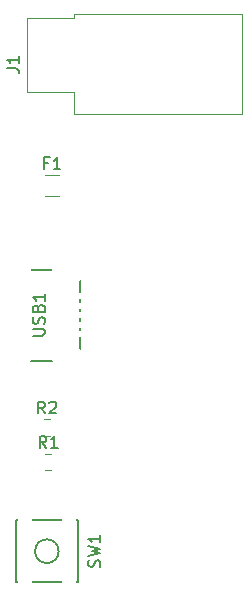
<source format=gto>
G04 #@! TF.GenerationSoftware,KiCad,Pcbnew,(5.1.4)-1*
G04 #@! TF.CreationDate,2021-10-17T20:34:11-04:00*
G04 #@! TF.ProjectId,a44key-pcb,6134346b-6579-42d7-9063-622e6b696361,rev?*
G04 #@! TF.SameCoordinates,Original*
G04 #@! TF.FileFunction,Legend,Top*
G04 #@! TF.FilePolarity,Positive*
%FSLAX46Y46*%
G04 Gerber Fmt 4.6, Leading zero omitted, Abs format (unit mm)*
G04 Created by KiCad (PCBNEW (5.1.4)-1) date 2021-10-17 20:34:11*
%MOMM*%
%LPD*%
G04 APERTURE LIST*
%ADD10C,0.120000*%
%ADD11C,0.150000*%
%ADD12C,1.852000*%
%ADD13C,4.089800*%
%ADD14C,0.100000*%
%ADD15C,1.077000*%
%ADD16R,1.202000X1.902000*%
%ADD17C,1.352000*%
%ADD18O,1.902000X2.902000*%
%ADD19O,2.802000X1.802000*%
%ADD20R,2.352000X0.602000*%
G04 APERTURE END LIST*
D10*
X80083922Y-89419500D02*
X80601078Y-89419500D01*
X80083922Y-87999500D02*
X80601078Y-87999500D01*
X79956922Y-86498500D02*
X80474078Y-86498500D01*
X79956922Y-85078500D02*
X80474078Y-85078500D01*
D11*
X77609000Y-98854500D02*
X77609000Y-93654500D01*
X77609000Y-93654500D02*
X82809000Y-93654500D01*
X82809000Y-93654500D02*
X82809000Y-98854500D01*
X82809000Y-98854500D02*
X77609000Y-98854500D01*
X81209000Y-96254500D02*
G75*
G03X81209000Y-96254500I-1000000J0D01*
G01*
D10*
X80039936Y-66188000D02*
X81244064Y-66188000D01*
X80039936Y-64368000D02*
X81244064Y-64368000D01*
X82500000Y-57338000D02*
X78500000Y-57338000D01*
X82500000Y-59238000D02*
X82500000Y-57338000D01*
X96740000Y-59238000D02*
X82500000Y-59238000D01*
X96740000Y-50798000D02*
X96740000Y-59238000D01*
X82500000Y-50798000D02*
X96740000Y-50798000D01*
X82500000Y-51098000D02*
X82500000Y-50798000D01*
X78500000Y-51098000D02*
X82500000Y-51098000D01*
X78500000Y-57338000D02*
X78500000Y-51098000D01*
D11*
X77533500Y-72413500D02*
X82983500Y-72413500D01*
X77533500Y-80113500D02*
X82983500Y-80113500D01*
X82983500Y-72413500D02*
X82983500Y-80113500D01*
X80175833Y-87511880D02*
X79842500Y-87035690D01*
X79604404Y-87511880D02*
X79604404Y-86511880D01*
X79985357Y-86511880D01*
X80080595Y-86559500D01*
X80128214Y-86607119D01*
X80175833Y-86702357D01*
X80175833Y-86845214D01*
X80128214Y-86940452D01*
X80080595Y-86988071D01*
X79985357Y-87035690D01*
X79604404Y-87035690D01*
X81128214Y-87511880D02*
X80556785Y-87511880D01*
X80842500Y-87511880D02*
X80842500Y-86511880D01*
X80747261Y-86654738D01*
X80652023Y-86749976D01*
X80556785Y-86797595D01*
X80048833Y-84590880D02*
X79715500Y-84114690D01*
X79477404Y-84590880D02*
X79477404Y-83590880D01*
X79858357Y-83590880D01*
X79953595Y-83638500D01*
X80001214Y-83686119D01*
X80048833Y-83781357D01*
X80048833Y-83924214D01*
X80001214Y-84019452D01*
X79953595Y-84067071D01*
X79858357Y-84114690D01*
X79477404Y-84114690D01*
X80429785Y-83686119D02*
X80477404Y-83638500D01*
X80572642Y-83590880D01*
X80810738Y-83590880D01*
X80905976Y-83638500D01*
X80953595Y-83686119D01*
X81001214Y-83781357D01*
X81001214Y-83876595D01*
X80953595Y-84019452D01*
X80382166Y-84590880D01*
X81001214Y-84590880D01*
X84677761Y-97587833D02*
X84725380Y-97444976D01*
X84725380Y-97206880D01*
X84677761Y-97111642D01*
X84630142Y-97064023D01*
X84534904Y-97016404D01*
X84439666Y-97016404D01*
X84344428Y-97064023D01*
X84296809Y-97111642D01*
X84249190Y-97206880D01*
X84201571Y-97397357D01*
X84153952Y-97492595D01*
X84106333Y-97540214D01*
X84011095Y-97587833D01*
X83915857Y-97587833D01*
X83820619Y-97540214D01*
X83773000Y-97492595D01*
X83725380Y-97397357D01*
X83725380Y-97159261D01*
X83773000Y-97016404D01*
X83725380Y-96683071D02*
X84725380Y-96444976D01*
X84011095Y-96254500D01*
X84725380Y-96064023D01*
X83725380Y-95825928D01*
X84725380Y-94921166D02*
X84725380Y-95492595D01*
X84725380Y-95206880D02*
X83725380Y-95206880D01*
X83868238Y-95302119D01*
X83963476Y-95397357D01*
X84011095Y-95492595D01*
X80308666Y-63386571D02*
X79975333Y-63386571D01*
X79975333Y-63910380D02*
X79975333Y-62910380D01*
X80451523Y-62910380D01*
X81356285Y-63910380D02*
X80784857Y-63910380D01*
X81070571Y-63910380D02*
X81070571Y-62910380D01*
X80975333Y-63053238D01*
X80880095Y-63148476D01*
X80784857Y-63196095D01*
X76822380Y-55351333D02*
X77536666Y-55351333D01*
X77679523Y-55398952D01*
X77774761Y-55494190D01*
X77822380Y-55637047D01*
X77822380Y-55732285D01*
X77822380Y-54351333D02*
X77822380Y-54922761D01*
X77822380Y-54637047D02*
X76822380Y-54637047D01*
X76965238Y-54732285D01*
X77060476Y-54827523D01*
X77108095Y-54922761D01*
X79017880Y-78001595D02*
X79827404Y-78001595D01*
X79922642Y-77953976D01*
X79970261Y-77906357D01*
X80017880Y-77811119D01*
X80017880Y-77620642D01*
X79970261Y-77525404D01*
X79922642Y-77477785D01*
X79827404Y-77430166D01*
X79017880Y-77430166D01*
X79970261Y-77001595D02*
X80017880Y-76858738D01*
X80017880Y-76620642D01*
X79970261Y-76525404D01*
X79922642Y-76477785D01*
X79827404Y-76430166D01*
X79732166Y-76430166D01*
X79636928Y-76477785D01*
X79589309Y-76525404D01*
X79541690Y-76620642D01*
X79494071Y-76811119D01*
X79446452Y-76906357D01*
X79398833Y-76953976D01*
X79303595Y-77001595D01*
X79208357Y-77001595D01*
X79113119Y-76953976D01*
X79065500Y-76906357D01*
X79017880Y-76811119D01*
X79017880Y-76573023D01*
X79065500Y-76430166D01*
X79494071Y-75668261D02*
X79541690Y-75525404D01*
X79589309Y-75477785D01*
X79684547Y-75430166D01*
X79827404Y-75430166D01*
X79922642Y-75477785D01*
X79970261Y-75525404D01*
X80017880Y-75620642D01*
X80017880Y-76001595D01*
X79017880Y-76001595D01*
X79017880Y-75668261D01*
X79065500Y-75573023D01*
X79113119Y-75525404D01*
X79208357Y-75477785D01*
X79303595Y-75477785D01*
X79398833Y-75525404D01*
X79446452Y-75573023D01*
X79494071Y-75668261D01*
X79494071Y-76001595D01*
X80017880Y-74477785D02*
X80017880Y-75049214D01*
X80017880Y-74763500D02*
X79017880Y-74763500D01*
X79160738Y-74858738D01*
X79255976Y-74953976D01*
X79303595Y-75049214D01*
%LPC*%
D12*
X195262500Y-108267500D03*
X185102500Y-108267500D03*
D13*
X190182500Y-108267500D03*
D12*
X119062500Y-113030000D03*
X108902500Y-113030000D03*
D13*
X113982500Y-113030000D03*
D12*
X138112500Y-119380000D03*
X127952500Y-119380000D03*
D13*
X133032500Y-119380000D03*
D12*
X99839403Y-136797699D03*
X90025597Y-139427301D03*
D13*
X94932500Y-138112500D03*
D12*
X100012500Y-108267500D03*
X89852500Y-108267500D03*
D13*
X94932500Y-108267500D03*
D12*
X157162500Y-124142500D03*
X147002500Y-124142500D03*
D13*
X152082500Y-124142500D03*
D12*
X118889403Y-133940199D03*
X109075597Y-136569801D03*
D13*
X113982500Y-135255000D03*
D12*
X157162500Y-105092500D03*
X147002500Y-105092500D03*
D13*
X152082500Y-105092500D03*
D12*
X176212500Y-111442500D03*
X166052500Y-111442500D03*
D13*
X171132500Y-111442500D03*
D14*
G36*
X81575641Y-87959797D02*
G01*
X81601778Y-87963674D01*
X81627409Y-87970094D01*
X81652288Y-87978995D01*
X81676174Y-87990293D01*
X81698837Y-88003877D01*
X81720060Y-88019617D01*
X81739639Y-88037361D01*
X81757383Y-88056940D01*
X81773123Y-88078163D01*
X81786707Y-88100826D01*
X81798005Y-88124712D01*
X81806906Y-88149591D01*
X81813326Y-88175222D01*
X81817203Y-88201359D01*
X81818500Y-88227750D01*
X81818500Y-89191250D01*
X81817203Y-89217641D01*
X81813326Y-89243778D01*
X81806906Y-89269409D01*
X81798005Y-89294288D01*
X81786707Y-89318174D01*
X81773123Y-89340837D01*
X81757383Y-89362060D01*
X81739639Y-89381639D01*
X81720060Y-89399383D01*
X81698837Y-89415123D01*
X81676174Y-89428707D01*
X81652288Y-89440005D01*
X81627409Y-89448906D01*
X81601778Y-89455326D01*
X81575641Y-89459203D01*
X81549250Y-89460500D01*
X81010750Y-89460500D01*
X80984359Y-89459203D01*
X80958222Y-89455326D01*
X80932591Y-89448906D01*
X80907712Y-89440005D01*
X80883826Y-89428707D01*
X80861163Y-89415123D01*
X80839940Y-89399383D01*
X80820361Y-89381639D01*
X80802617Y-89362060D01*
X80786877Y-89340837D01*
X80773293Y-89318174D01*
X80761995Y-89294288D01*
X80753094Y-89269409D01*
X80746674Y-89243778D01*
X80742797Y-89217641D01*
X80741500Y-89191250D01*
X80741500Y-88227750D01*
X80742797Y-88201359D01*
X80746674Y-88175222D01*
X80753094Y-88149591D01*
X80761995Y-88124712D01*
X80773293Y-88100826D01*
X80786877Y-88078163D01*
X80802617Y-88056940D01*
X80820361Y-88037361D01*
X80839940Y-88019617D01*
X80861163Y-88003877D01*
X80883826Y-87990293D01*
X80907712Y-87978995D01*
X80932591Y-87970094D01*
X80958222Y-87963674D01*
X80984359Y-87959797D01*
X81010750Y-87958500D01*
X81549250Y-87958500D01*
X81575641Y-87959797D01*
X81575641Y-87959797D01*
G37*
D15*
X81280000Y-88709500D03*
D14*
G36*
X79700641Y-87959797D02*
G01*
X79726778Y-87963674D01*
X79752409Y-87970094D01*
X79777288Y-87978995D01*
X79801174Y-87990293D01*
X79823837Y-88003877D01*
X79845060Y-88019617D01*
X79864639Y-88037361D01*
X79882383Y-88056940D01*
X79898123Y-88078163D01*
X79911707Y-88100826D01*
X79923005Y-88124712D01*
X79931906Y-88149591D01*
X79938326Y-88175222D01*
X79942203Y-88201359D01*
X79943500Y-88227750D01*
X79943500Y-89191250D01*
X79942203Y-89217641D01*
X79938326Y-89243778D01*
X79931906Y-89269409D01*
X79923005Y-89294288D01*
X79911707Y-89318174D01*
X79898123Y-89340837D01*
X79882383Y-89362060D01*
X79864639Y-89381639D01*
X79845060Y-89399383D01*
X79823837Y-89415123D01*
X79801174Y-89428707D01*
X79777288Y-89440005D01*
X79752409Y-89448906D01*
X79726778Y-89455326D01*
X79700641Y-89459203D01*
X79674250Y-89460500D01*
X79135750Y-89460500D01*
X79109359Y-89459203D01*
X79083222Y-89455326D01*
X79057591Y-89448906D01*
X79032712Y-89440005D01*
X79008826Y-89428707D01*
X78986163Y-89415123D01*
X78964940Y-89399383D01*
X78945361Y-89381639D01*
X78927617Y-89362060D01*
X78911877Y-89340837D01*
X78898293Y-89318174D01*
X78886995Y-89294288D01*
X78878094Y-89269409D01*
X78871674Y-89243778D01*
X78867797Y-89217641D01*
X78866500Y-89191250D01*
X78866500Y-88227750D01*
X78867797Y-88201359D01*
X78871674Y-88175222D01*
X78878094Y-88149591D01*
X78886995Y-88124712D01*
X78898293Y-88100826D01*
X78911877Y-88078163D01*
X78927617Y-88056940D01*
X78945361Y-88037361D01*
X78964940Y-88019617D01*
X78986163Y-88003877D01*
X79008826Y-87990293D01*
X79032712Y-87978995D01*
X79057591Y-87970094D01*
X79083222Y-87963674D01*
X79109359Y-87959797D01*
X79135750Y-87958500D01*
X79674250Y-87958500D01*
X79700641Y-87959797D01*
X79700641Y-87959797D01*
G37*
D15*
X79405000Y-88709500D03*
D14*
G36*
X81448641Y-85038797D02*
G01*
X81474778Y-85042674D01*
X81500409Y-85049094D01*
X81525288Y-85057995D01*
X81549174Y-85069293D01*
X81571837Y-85082877D01*
X81593060Y-85098617D01*
X81612639Y-85116361D01*
X81630383Y-85135940D01*
X81646123Y-85157163D01*
X81659707Y-85179826D01*
X81671005Y-85203712D01*
X81679906Y-85228591D01*
X81686326Y-85254222D01*
X81690203Y-85280359D01*
X81691500Y-85306750D01*
X81691500Y-86270250D01*
X81690203Y-86296641D01*
X81686326Y-86322778D01*
X81679906Y-86348409D01*
X81671005Y-86373288D01*
X81659707Y-86397174D01*
X81646123Y-86419837D01*
X81630383Y-86441060D01*
X81612639Y-86460639D01*
X81593060Y-86478383D01*
X81571837Y-86494123D01*
X81549174Y-86507707D01*
X81525288Y-86519005D01*
X81500409Y-86527906D01*
X81474778Y-86534326D01*
X81448641Y-86538203D01*
X81422250Y-86539500D01*
X80883750Y-86539500D01*
X80857359Y-86538203D01*
X80831222Y-86534326D01*
X80805591Y-86527906D01*
X80780712Y-86519005D01*
X80756826Y-86507707D01*
X80734163Y-86494123D01*
X80712940Y-86478383D01*
X80693361Y-86460639D01*
X80675617Y-86441060D01*
X80659877Y-86419837D01*
X80646293Y-86397174D01*
X80634995Y-86373288D01*
X80626094Y-86348409D01*
X80619674Y-86322778D01*
X80615797Y-86296641D01*
X80614500Y-86270250D01*
X80614500Y-85306750D01*
X80615797Y-85280359D01*
X80619674Y-85254222D01*
X80626094Y-85228591D01*
X80634995Y-85203712D01*
X80646293Y-85179826D01*
X80659877Y-85157163D01*
X80675617Y-85135940D01*
X80693361Y-85116361D01*
X80712940Y-85098617D01*
X80734163Y-85082877D01*
X80756826Y-85069293D01*
X80780712Y-85057995D01*
X80805591Y-85049094D01*
X80831222Y-85042674D01*
X80857359Y-85038797D01*
X80883750Y-85037500D01*
X81422250Y-85037500D01*
X81448641Y-85038797D01*
X81448641Y-85038797D01*
G37*
D15*
X81153000Y-85788500D03*
D14*
G36*
X79573641Y-85038797D02*
G01*
X79599778Y-85042674D01*
X79625409Y-85049094D01*
X79650288Y-85057995D01*
X79674174Y-85069293D01*
X79696837Y-85082877D01*
X79718060Y-85098617D01*
X79737639Y-85116361D01*
X79755383Y-85135940D01*
X79771123Y-85157163D01*
X79784707Y-85179826D01*
X79796005Y-85203712D01*
X79804906Y-85228591D01*
X79811326Y-85254222D01*
X79815203Y-85280359D01*
X79816500Y-85306750D01*
X79816500Y-86270250D01*
X79815203Y-86296641D01*
X79811326Y-86322778D01*
X79804906Y-86348409D01*
X79796005Y-86373288D01*
X79784707Y-86397174D01*
X79771123Y-86419837D01*
X79755383Y-86441060D01*
X79737639Y-86460639D01*
X79718060Y-86478383D01*
X79696837Y-86494123D01*
X79674174Y-86507707D01*
X79650288Y-86519005D01*
X79625409Y-86527906D01*
X79599778Y-86534326D01*
X79573641Y-86538203D01*
X79547250Y-86539500D01*
X79008750Y-86539500D01*
X78982359Y-86538203D01*
X78956222Y-86534326D01*
X78930591Y-86527906D01*
X78905712Y-86519005D01*
X78881826Y-86507707D01*
X78859163Y-86494123D01*
X78837940Y-86478383D01*
X78818361Y-86460639D01*
X78800617Y-86441060D01*
X78784877Y-86419837D01*
X78771293Y-86397174D01*
X78759995Y-86373288D01*
X78751094Y-86348409D01*
X78744674Y-86322778D01*
X78740797Y-86296641D01*
X78739500Y-86270250D01*
X78739500Y-85306750D01*
X78740797Y-85280359D01*
X78744674Y-85254222D01*
X78751094Y-85228591D01*
X78759995Y-85203712D01*
X78771293Y-85179826D01*
X78784877Y-85157163D01*
X78800617Y-85135940D01*
X78818361Y-85116361D01*
X78837940Y-85098617D01*
X78859163Y-85082877D01*
X78881826Y-85069293D01*
X78905712Y-85057995D01*
X78930591Y-85049094D01*
X78956222Y-85042674D01*
X78982359Y-85038797D01*
X79008750Y-85037500D01*
X79547250Y-85037500D01*
X79573641Y-85038797D01*
X79573641Y-85038797D01*
G37*
D15*
X79278000Y-85788500D03*
D16*
X82059000Y-99354500D03*
X78359000Y-93154500D03*
X78359000Y-99354500D03*
X82059000Y-93154500D03*
D14*
G36*
X82474104Y-64353302D02*
G01*
X82500352Y-64357196D01*
X82526093Y-64363643D01*
X82551078Y-64372583D01*
X82575066Y-64383928D01*
X82597826Y-64397571D01*
X82619140Y-64413378D01*
X82638802Y-64431198D01*
X82656622Y-64450860D01*
X82672429Y-64472174D01*
X82686072Y-64494934D01*
X82697417Y-64518922D01*
X82706357Y-64543907D01*
X82712804Y-64569648D01*
X82716698Y-64595896D01*
X82718000Y-64622400D01*
X82718000Y-65933600D01*
X82716698Y-65960104D01*
X82712804Y-65986352D01*
X82706357Y-66012093D01*
X82697417Y-66037078D01*
X82686072Y-66061066D01*
X82672429Y-66083826D01*
X82656622Y-66105140D01*
X82638802Y-66124802D01*
X82619140Y-66142622D01*
X82597826Y-66158429D01*
X82575066Y-66172072D01*
X82551078Y-66183417D01*
X82526093Y-66192357D01*
X82500352Y-66198804D01*
X82474104Y-66202698D01*
X82447600Y-66204000D01*
X81636400Y-66204000D01*
X81609896Y-66202698D01*
X81583648Y-66198804D01*
X81557907Y-66192357D01*
X81532922Y-66183417D01*
X81508934Y-66172072D01*
X81486174Y-66158429D01*
X81464860Y-66142622D01*
X81445198Y-66124802D01*
X81427378Y-66105140D01*
X81411571Y-66083826D01*
X81397928Y-66061066D01*
X81386583Y-66037078D01*
X81377643Y-66012093D01*
X81371196Y-65986352D01*
X81367302Y-65960104D01*
X81366000Y-65933600D01*
X81366000Y-64622400D01*
X81367302Y-64595896D01*
X81371196Y-64569648D01*
X81377643Y-64543907D01*
X81386583Y-64518922D01*
X81397928Y-64494934D01*
X81411571Y-64472174D01*
X81427378Y-64450860D01*
X81445198Y-64431198D01*
X81464860Y-64413378D01*
X81486174Y-64397571D01*
X81508934Y-64383928D01*
X81532922Y-64372583D01*
X81557907Y-64363643D01*
X81583648Y-64357196D01*
X81609896Y-64353302D01*
X81636400Y-64352000D01*
X82447600Y-64352000D01*
X82474104Y-64353302D01*
X82474104Y-64353302D01*
G37*
D17*
X82042000Y-65278000D03*
D14*
G36*
X79674104Y-64353302D02*
G01*
X79700352Y-64357196D01*
X79726093Y-64363643D01*
X79751078Y-64372583D01*
X79775066Y-64383928D01*
X79797826Y-64397571D01*
X79819140Y-64413378D01*
X79838802Y-64431198D01*
X79856622Y-64450860D01*
X79872429Y-64472174D01*
X79886072Y-64494934D01*
X79897417Y-64518922D01*
X79906357Y-64543907D01*
X79912804Y-64569648D01*
X79916698Y-64595896D01*
X79918000Y-64622400D01*
X79918000Y-65933600D01*
X79916698Y-65960104D01*
X79912804Y-65986352D01*
X79906357Y-66012093D01*
X79897417Y-66037078D01*
X79886072Y-66061066D01*
X79872429Y-66083826D01*
X79856622Y-66105140D01*
X79838802Y-66124802D01*
X79819140Y-66142622D01*
X79797826Y-66158429D01*
X79775066Y-66172072D01*
X79751078Y-66183417D01*
X79726093Y-66192357D01*
X79700352Y-66198804D01*
X79674104Y-66202698D01*
X79647600Y-66204000D01*
X78836400Y-66204000D01*
X78809896Y-66202698D01*
X78783648Y-66198804D01*
X78757907Y-66192357D01*
X78732922Y-66183417D01*
X78708934Y-66172072D01*
X78686174Y-66158429D01*
X78664860Y-66142622D01*
X78645198Y-66124802D01*
X78627378Y-66105140D01*
X78611571Y-66083826D01*
X78597928Y-66061066D01*
X78586583Y-66037078D01*
X78577643Y-66012093D01*
X78571196Y-65986352D01*
X78567302Y-65960104D01*
X78566000Y-65933600D01*
X78566000Y-64622400D01*
X78567302Y-64595896D01*
X78571196Y-64569648D01*
X78577643Y-64543907D01*
X78586583Y-64518922D01*
X78597928Y-64494934D01*
X78611571Y-64472174D01*
X78627378Y-64450860D01*
X78645198Y-64431198D01*
X78664860Y-64413378D01*
X78686174Y-64397571D01*
X78708934Y-64383928D01*
X78732922Y-64372583D01*
X78757907Y-64363643D01*
X78783648Y-64357196D01*
X78809896Y-64353302D01*
X78836400Y-64352000D01*
X79647600Y-64352000D01*
X79674104Y-64353302D01*
X79674104Y-64353302D01*
G37*
D17*
X79242000Y-65278000D03*
D18*
X89920000Y-55118000D03*
X95420000Y-55118000D03*
X91720000Y-53118000D03*
X86220000Y-53118000D03*
X83820000Y-55118000D03*
D19*
X77533500Y-72613500D03*
X77533500Y-79913500D03*
X82033500Y-79913500D03*
X82033500Y-72613500D03*
D20*
X82033500Y-74663500D03*
X82033500Y-75463500D03*
X82033500Y-76263500D03*
X82033500Y-77063500D03*
X82033500Y-77863500D03*
D12*
X195262500Y-89217500D03*
X185102500Y-89217500D03*
D13*
X190182500Y-89217500D03*
D12*
X195262500Y-70167500D03*
X185102500Y-70167500D03*
D13*
X190182500Y-70167500D03*
D12*
X176212500Y-92392500D03*
X166052500Y-92392500D03*
D13*
X171132500Y-92392500D03*
D12*
X176212500Y-73342500D03*
X166052500Y-73342500D03*
D13*
X171132500Y-73342500D03*
D12*
X157162500Y-86042500D03*
X147002500Y-86042500D03*
D13*
X152082500Y-86042500D03*
D12*
X157162500Y-66992500D03*
X147002500Y-66992500D03*
D13*
X152082500Y-66992500D03*
D12*
X138112500Y-100330000D03*
X127952500Y-100330000D03*
D13*
X133032500Y-100330000D03*
D12*
X138112500Y-81280000D03*
X127952500Y-81280000D03*
D13*
X133032500Y-81280000D03*
D12*
X138112500Y-62230000D03*
X127952500Y-62230000D03*
D13*
X133032500Y-62230000D03*
D12*
X119062500Y-93980000D03*
X108902500Y-93980000D03*
D13*
X113982500Y-93980000D03*
D12*
X119062500Y-74930000D03*
X108902500Y-74930000D03*
D13*
X113982500Y-74930000D03*
D12*
X100012500Y-89217500D03*
X89852500Y-89217500D03*
D13*
X94932500Y-89217500D03*
D12*
X100012500Y-70167500D03*
X89852500Y-70167500D03*
D13*
X94932500Y-70167500D03*
M02*

</source>
